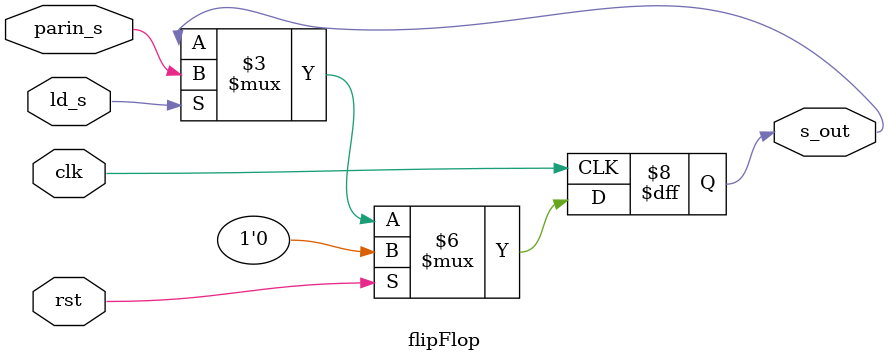
<source format=v>
`timescale 1ns/1ns

module flipFlop(clk, rst, ld_s, parin_s, s_out);
  input clk, rst, ld_s;
  input parin_s;
  output reg s_out;

  always@(posedge clk) begin
    if(rst)
      s_out <= 1'b0;
    else if(ld_s)
      s_out <= parin_s;
    else
      s_out <= s_out;
  end
endmodule

</source>
